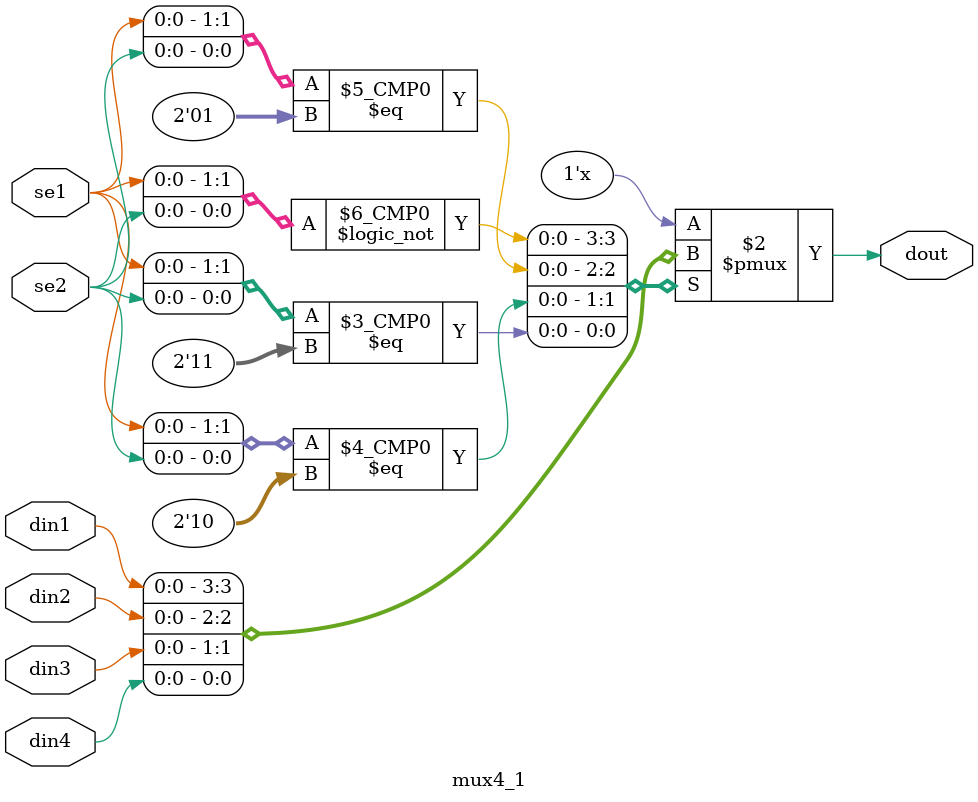
<source format=v>
module mux4_1(din1, din2, din3, din4, se1, se2, dout);
input din1, din2, din3, din4, se1, se2;
output reg dout;
always @  (din1 or din2 or din3 or din4 or se1 or se2)
       case({se1,se2})
       2'b00 : dout=din1;
       2'b01 : dout=din2;
       2'b10 : dout=din3;
       2'b11 : dout=din4;
       endcase
endmodule


</source>
